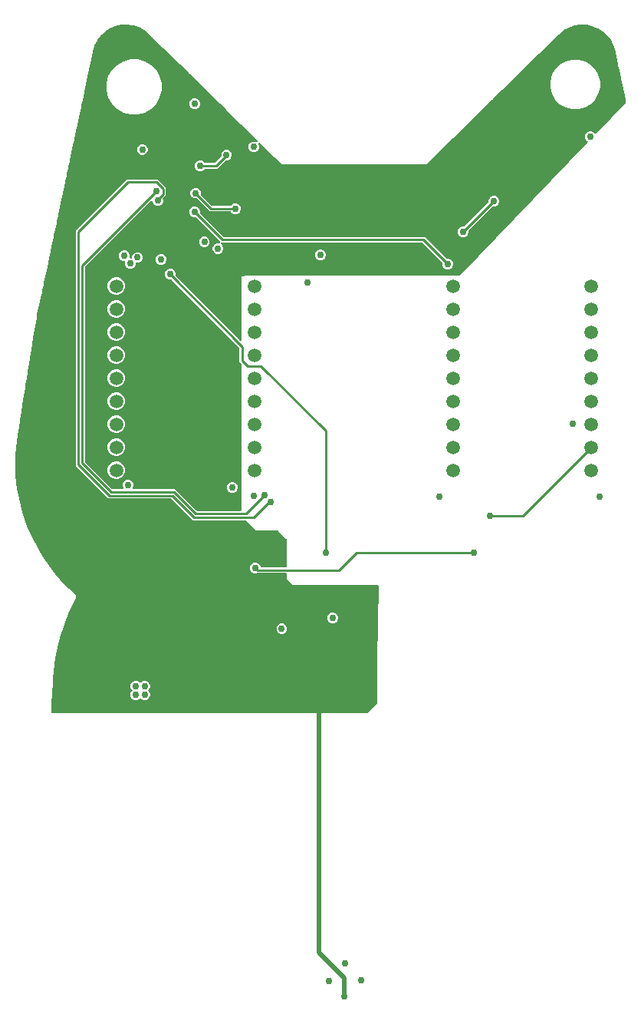
<source format=gbr>
G04 EAGLE Gerber X2 export*
%TF.Part,Single*%
%TF.FileFunction,Copper,L2,Inr,Mixed*%
%TF.FilePolarity,Positive*%
%TF.GenerationSoftware,Autodesk,EAGLE,9.1.3*%
%TF.CreationDate,2018-09-17T05:52:35Z*%
G75*
%MOMM*%
%FSLAX34Y34*%
%LPD*%
%AMOC8*
5,1,8,0,0,1.08239X$1,22.5*%
G01*
%ADD10C,1.508000*%
%ADD11C,0.756400*%
%ADD12C,0.508000*%
%ADD13C,0.254000*%

G36*
X393290Y505219D02*
X393290Y505219D01*
X393389Y505222D01*
X393447Y505239D01*
X393508Y505247D01*
X393600Y505283D01*
X393695Y505311D01*
X393747Y505341D01*
X393803Y505364D01*
X393883Y505422D01*
X393969Y505472D01*
X394044Y505538D01*
X394061Y505550D01*
X394068Y505560D01*
X394090Y505579D01*
X404758Y516247D01*
X404818Y516325D01*
X404886Y516397D01*
X404915Y516450D01*
X404952Y516498D01*
X404992Y516589D01*
X405040Y516675D01*
X405055Y516734D01*
X405079Y516790D01*
X405094Y516888D01*
X405119Y516983D01*
X405125Y517083D01*
X405129Y517104D01*
X405127Y517116D01*
X405129Y517144D01*
X405129Y564634D01*
X406221Y645397D01*
X406206Y645524D01*
X406198Y645651D01*
X406189Y645681D01*
X406185Y645713D01*
X406140Y645832D01*
X406100Y645953D01*
X406083Y645980D01*
X406072Y646010D01*
X405999Y646114D01*
X405930Y646222D01*
X405907Y646244D01*
X405889Y646270D01*
X405792Y646353D01*
X405699Y646440D01*
X405671Y646455D01*
X405646Y646476D01*
X405532Y646532D01*
X405420Y646594D01*
X405389Y646602D01*
X405361Y646616D01*
X405236Y646641D01*
X405112Y646673D01*
X405066Y646676D01*
X405049Y646680D01*
X405027Y646678D01*
X404952Y646683D01*
X311168Y646683D01*
X304799Y653052D01*
X304799Y658556D01*
X304784Y658674D01*
X304777Y658793D01*
X304764Y658831D01*
X304759Y658871D01*
X304716Y658982D01*
X304679Y659095D01*
X304657Y659129D01*
X304642Y659167D01*
X304573Y659263D01*
X304509Y659364D01*
X304479Y659392D01*
X304456Y659424D01*
X304364Y659500D01*
X304277Y659582D01*
X304242Y659601D01*
X304211Y659627D01*
X304103Y659678D01*
X303999Y659735D01*
X303959Y659745D01*
X303923Y659763D01*
X303806Y659785D01*
X303691Y659815D01*
X303631Y659819D01*
X303611Y659822D01*
X303590Y659821D01*
X303530Y659825D01*
X272015Y659825D01*
X272006Y659824D01*
X271997Y659825D01*
X271848Y659804D01*
X271700Y659785D01*
X271691Y659782D01*
X271682Y659780D01*
X271529Y659728D01*
X271216Y659599D01*
X268903Y659599D01*
X266766Y660484D01*
X265130Y662120D01*
X264245Y664257D01*
X264245Y666570D01*
X265130Y668707D01*
X266766Y670343D01*
X268903Y671228D01*
X271216Y671228D01*
X273353Y670343D01*
X274989Y668707D01*
X275818Y666706D01*
X275833Y666680D01*
X275842Y666652D01*
X275911Y666543D01*
X275976Y666430D01*
X275996Y666409D01*
X276012Y666384D01*
X276106Y666295D01*
X276197Y666201D01*
X276222Y666186D01*
X276244Y666166D01*
X276357Y666103D01*
X276468Y666035D01*
X276496Y666026D01*
X276522Y666012D01*
X276648Y665980D01*
X276772Y665941D01*
X276801Y665940D01*
X276830Y665933D01*
X276991Y665922D01*
X303530Y665922D01*
X303648Y665937D01*
X303767Y665945D01*
X303805Y665957D01*
X303846Y665962D01*
X303956Y666006D01*
X304069Y666043D01*
X304104Y666064D01*
X304141Y666079D01*
X304237Y666149D01*
X304338Y666213D01*
X304366Y666242D01*
X304399Y666266D01*
X304475Y666358D01*
X304556Y666445D01*
X304576Y666480D01*
X304601Y666511D01*
X304652Y666619D01*
X304710Y666723D01*
X304720Y666762D01*
X304737Y666799D01*
X304759Y666916D01*
X304789Y667031D01*
X304793Y667091D01*
X304797Y667111D01*
X304795Y667132D01*
X304799Y667192D01*
X304799Y696468D01*
X304787Y696566D01*
X304784Y696665D01*
X304767Y696723D01*
X304759Y696784D01*
X304723Y696876D01*
X304695Y696971D01*
X304665Y697023D01*
X304642Y697079D01*
X304584Y697159D01*
X304534Y697245D01*
X304468Y697320D01*
X304456Y697337D01*
X304446Y697344D01*
X304428Y697366D01*
X295538Y706256D01*
X295459Y706316D01*
X295387Y706384D01*
X295334Y706413D01*
X295286Y706450D01*
X295195Y706490D01*
X295109Y706538D01*
X295050Y706553D01*
X294994Y706577D01*
X294896Y706592D01*
X294801Y706617D01*
X294701Y706623D01*
X294680Y706627D01*
X294668Y706625D01*
X294640Y706627D01*
X271290Y706627D01*
X260485Y717432D01*
X260407Y717492D01*
X260335Y717560D01*
X260282Y717589D01*
X260234Y717626D01*
X260143Y717666D01*
X260057Y717714D01*
X259998Y717729D01*
X259942Y717753D01*
X259844Y717768D01*
X259749Y717793D01*
X259649Y717799D01*
X259628Y717803D01*
X259616Y717801D01*
X259588Y717803D01*
X201419Y717803D01*
X177660Y741562D01*
X177582Y741622D01*
X177510Y741690D01*
X177457Y741719D01*
X177409Y741756D01*
X177318Y741796D01*
X177231Y741844D01*
X177173Y741859D01*
X177117Y741883D01*
X177019Y741898D01*
X176924Y741923D01*
X176823Y741929D01*
X176803Y741933D01*
X176791Y741931D01*
X176763Y741933D01*
X107947Y741933D01*
X105789Y744091D01*
X74039Y775841D01*
X71881Y777999D01*
X71881Y1037583D01*
X128277Y1093979D01*
X162411Y1093979D01*
X171423Y1084967D01*
X171423Y1076573D01*
X168459Y1073610D01*
X168441Y1073586D01*
X168419Y1073567D01*
X168344Y1073461D01*
X168264Y1073358D01*
X168253Y1073331D01*
X168236Y1073307D01*
X168190Y1073186D01*
X168138Y1073066D01*
X168134Y1073037D01*
X168123Y1073010D01*
X168109Y1072881D01*
X168088Y1072752D01*
X168091Y1072723D01*
X168088Y1072694D01*
X168106Y1072565D01*
X168118Y1072436D01*
X168128Y1072408D01*
X168132Y1072379D01*
X168184Y1072226D01*
X168375Y1071767D01*
X168375Y1069453D01*
X167490Y1067316D01*
X165854Y1065680D01*
X163717Y1064795D01*
X161403Y1064795D01*
X159266Y1065680D01*
X157630Y1067316D01*
X156752Y1069438D01*
X156727Y1069481D01*
X156710Y1069528D01*
X156648Y1069619D01*
X156594Y1069714D01*
X156559Y1069750D01*
X156532Y1069791D01*
X156449Y1069864D01*
X156373Y1069943D01*
X156330Y1069969D01*
X156293Y1070002D01*
X156195Y1070052D01*
X156102Y1070109D01*
X156054Y1070124D01*
X156010Y1070146D01*
X155903Y1070170D01*
X155798Y1070203D01*
X155748Y1070205D01*
X155700Y1070216D01*
X155590Y1070213D01*
X155480Y1070218D01*
X155431Y1070208D01*
X155382Y1070206D01*
X155276Y1070176D01*
X155169Y1070154D01*
X155124Y1070132D01*
X155076Y1070118D01*
X154982Y1070062D01*
X154883Y1070014D01*
X154845Y1069982D01*
X154802Y1069956D01*
X154681Y1069850D01*
X82668Y997837D01*
X82608Y997759D01*
X82540Y997687D01*
X82511Y997634D01*
X82474Y997586D01*
X82434Y997495D01*
X82386Y997408D01*
X82371Y997349D01*
X82347Y997294D01*
X82332Y997196D01*
X82307Y997100D01*
X82301Y997000D01*
X82297Y996980D01*
X82299Y996967D01*
X82297Y996939D01*
X82297Y782839D01*
X82309Y782740D01*
X82312Y782641D01*
X82329Y782583D01*
X82337Y782523D01*
X82373Y782431D01*
X82401Y782336D01*
X82431Y782284D01*
X82454Y782227D01*
X82512Y782147D01*
X82562Y782062D01*
X82628Y781987D01*
X82640Y781970D01*
X82650Y781962D01*
X82668Y781941D01*
X111889Y752720D01*
X111967Y752660D01*
X112039Y752592D01*
X112092Y752563D01*
X112140Y752526D01*
X112231Y752486D01*
X112318Y752438D01*
X112377Y752423D01*
X112432Y752399D01*
X112530Y752384D01*
X112626Y752359D01*
X112726Y752353D01*
X112746Y752349D01*
X112759Y752351D01*
X112787Y752349D01*
X123240Y752349D01*
X123289Y752355D01*
X123339Y752353D01*
X123446Y752375D01*
X123556Y752389D01*
X123602Y752407D01*
X123650Y752417D01*
X123749Y752465D01*
X123851Y752506D01*
X123892Y752535D01*
X123936Y752557D01*
X124020Y752628D01*
X124109Y752692D01*
X124140Y752731D01*
X124178Y752763D01*
X124241Y752853D01*
X124311Y752937D01*
X124333Y752982D01*
X124361Y753023D01*
X124400Y753126D01*
X124447Y753225D01*
X124456Y753274D01*
X124474Y753320D01*
X124486Y753430D01*
X124507Y753537D01*
X124504Y753587D01*
X124509Y753636D01*
X124494Y753745D01*
X124487Y753855D01*
X124472Y753902D01*
X124465Y753951D01*
X124413Y754104D01*
X123725Y755763D01*
X123725Y758077D01*
X124610Y760214D01*
X126246Y761850D01*
X128383Y762735D01*
X130697Y762735D01*
X132834Y761850D01*
X134470Y760214D01*
X135355Y758077D01*
X135355Y755763D01*
X134667Y754104D01*
X134654Y754056D01*
X134633Y754011D01*
X134612Y753903D01*
X134583Y753797D01*
X134583Y753747D01*
X134573Y753698D01*
X134580Y753589D01*
X134578Y753479D01*
X134590Y753431D01*
X134593Y753381D01*
X134627Y753277D01*
X134652Y753170D01*
X134676Y753126D01*
X134691Y753079D01*
X134750Y752986D01*
X134801Y752889D01*
X134835Y752852D01*
X134861Y752810D01*
X134941Y752735D01*
X135015Y752653D01*
X135057Y752626D01*
X135093Y752592D01*
X135189Y752539D01*
X135281Y752479D01*
X135328Y752462D01*
X135371Y752438D01*
X135478Y752411D01*
X135582Y752375D01*
X135631Y752371D01*
X135679Y752359D01*
X135840Y752349D01*
X181603Y752349D01*
X205361Y728590D01*
X205439Y728530D01*
X205511Y728462D01*
X205564Y728433D01*
X205612Y728396D01*
X205703Y728356D01*
X205790Y728308D01*
X205849Y728293D01*
X205904Y728269D01*
X206002Y728254D01*
X206098Y728229D01*
X206198Y728223D01*
X206218Y728219D01*
X206231Y728221D01*
X206259Y728219D01*
X254000Y728219D01*
X254118Y728234D01*
X254237Y728241D01*
X254275Y728254D01*
X254316Y728259D01*
X254426Y728302D01*
X254539Y728339D01*
X254574Y728361D01*
X254611Y728376D01*
X254707Y728445D01*
X254808Y728509D01*
X254836Y728539D01*
X254869Y728562D01*
X254945Y728654D01*
X255026Y728741D01*
X255046Y728776D01*
X255071Y728807D01*
X255122Y728915D01*
X255180Y729019D01*
X255190Y729059D01*
X255207Y729095D01*
X255229Y729212D01*
X255259Y729327D01*
X255263Y729387D01*
X255267Y729407D01*
X255265Y729428D01*
X255269Y729488D01*
X255269Y889601D01*
X255257Y889700D01*
X255254Y889799D01*
X255237Y889857D01*
X255229Y889917D01*
X255193Y890009D01*
X255165Y890104D01*
X255135Y890156D01*
X255112Y890213D01*
X255054Y890293D01*
X255004Y890378D01*
X254938Y890453D01*
X254926Y890470D01*
X254916Y890478D01*
X254898Y890499D01*
X252801Y892595D01*
X252801Y906971D01*
X252789Y907065D01*
X252787Y907159D01*
X252770Y907222D01*
X252761Y907287D01*
X252727Y907374D01*
X252701Y907465D01*
X252669Y907522D01*
X252644Y907583D01*
X252589Y907659D01*
X252542Y907740D01*
X252468Y907825D01*
X252458Y907840D01*
X252450Y907846D01*
X252437Y907862D01*
X178348Y983136D01*
X178267Y983201D01*
X178191Y983272D01*
X178142Y983299D01*
X178099Y983333D01*
X178003Y983375D01*
X177912Y983426D01*
X177859Y983439D01*
X177808Y983462D01*
X177705Y983479D01*
X177604Y983505D01*
X177515Y983511D01*
X177494Y983514D01*
X177479Y983513D01*
X177444Y983515D01*
X175373Y983515D01*
X173236Y984400D01*
X171600Y986036D01*
X170715Y988173D01*
X170715Y990487D01*
X171600Y992624D01*
X173236Y994260D01*
X175373Y995145D01*
X177687Y995145D01*
X179824Y994260D01*
X181460Y992624D01*
X182345Y990487D01*
X182345Y988288D01*
X182357Y988195D01*
X182359Y988101D01*
X182376Y988038D01*
X182385Y987973D01*
X182419Y987885D01*
X182445Y987795D01*
X182477Y987738D01*
X182502Y987677D01*
X182557Y987601D01*
X182604Y987520D01*
X182678Y987434D01*
X182688Y987420D01*
X182696Y987414D01*
X182709Y987398D01*
X253095Y915885D01*
X253208Y915796D01*
X253319Y915704D01*
X253333Y915697D01*
X253345Y915688D01*
X253477Y915630D01*
X253607Y915568D01*
X253622Y915565D01*
X253636Y915559D01*
X253779Y915535D01*
X253920Y915509D01*
X253935Y915509D01*
X253950Y915507D01*
X254094Y915519D01*
X254237Y915528D01*
X254251Y915533D01*
X254267Y915534D01*
X254403Y915582D01*
X254539Y915626D01*
X254552Y915634D01*
X254567Y915639D01*
X254687Y915720D01*
X254808Y915796D01*
X254819Y915808D01*
X254831Y915816D01*
X254927Y915923D01*
X255026Y916028D01*
X255033Y916041D01*
X255044Y916053D01*
X255110Y916180D01*
X255180Y916307D01*
X255183Y916321D01*
X255190Y916335D01*
X255223Y916475D01*
X255259Y916615D01*
X255260Y916635D01*
X255263Y916645D01*
X255262Y916663D01*
X255269Y916775D01*
X255269Y987339D01*
X261895Y987553D01*
X495046Y987553D01*
X495156Y987567D01*
X495267Y987572D01*
X495313Y987587D01*
X495362Y987593D01*
X495465Y987633D01*
X495571Y987666D01*
X495612Y987692D01*
X495657Y987710D01*
X495747Y987775D01*
X495842Y987833D01*
X495897Y987884D01*
X495915Y987896D01*
X495926Y987910D01*
X495960Y987942D01*
X637050Y1134522D01*
X637114Y1134608D01*
X637185Y1134688D01*
X637209Y1134734D01*
X637240Y1134777D01*
X637281Y1134876D01*
X637330Y1134971D01*
X637341Y1135022D01*
X637361Y1135071D01*
X637376Y1135177D01*
X637399Y1135281D01*
X637398Y1135334D01*
X637405Y1135386D01*
X637393Y1135492D01*
X637390Y1135599D01*
X637375Y1135649D01*
X637369Y1135702D01*
X637331Y1135802D01*
X637301Y1135905D01*
X637275Y1135950D01*
X637256Y1135999D01*
X637194Y1136086D01*
X637140Y1136178D01*
X637085Y1136241D01*
X637072Y1136259D01*
X637060Y1136269D01*
X637033Y1136299D01*
X635404Y1137928D01*
X634519Y1140065D01*
X634519Y1142379D01*
X635404Y1144516D01*
X637040Y1146152D01*
X639177Y1147037D01*
X641491Y1147037D01*
X643628Y1146152D01*
X645066Y1144714D01*
X645169Y1144633D01*
X645269Y1144549D01*
X645294Y1144536D01*
X645317Y1144519D01*
X645437Y1144467D01*
X645555Y1144409D01*
X645583Y1144404D01*
X645609Y1144392D01*
X645739Y1144372D01*
X645866Y1144346D01*
X645895Y1144347D01*
X645923Y1144343D01*
X646054Y1144355D01*
X646184Y1144361D01*
X646211Y1144370D01*
X646239Y1144372D01*
X646363Y1144417D01*
X646488Y1144456D01*
X646512Y1144470D01*
X646539Y1144480D01*
X646647Y1144554D01*
X646759Y1144622D01*
X646788Y1144650D01*
X646802Y1144659D01*
X646816Y1144675D01*
X646877Y1144731D01*
X679220Y1178333D01*
X679256Y1178380D01*
X679298Y1178421D01*
X679351Y1178507D01*
X679411Y1178588D01*
X679433Y1178642D01*
X679464Y1178693D01*
X679493Y1178789D01*
X679531Y1178882D01*
X679539Y1178940D01*
X679557Y1178997D01*
X679561Y1179097D01*
X679575Y1179197D01*
X679568Y1179256D01*
X679571Y1179315D01*
X679548Y1179474D01*
X679379Y1180276D01*
X679353Y1180400D01*
X678849Y1182797D01*
X678849Y1182798D01*
X677232Y1190480D01*
X675614Y1198167D01*
X674279Y1204509D01*
X672910Y1211014D01*
X672910Y1211015D01*
X672531Y1212813D01*
X672531Y1212814D01*
X672379Y1213535D01*
X672379Y1213536D01*
X671003Y1220074D01*
X669675Y1226383D01*
X669675Y1226384D01*
X669325Y1228050D01*
X669145Y1228904D01*
X669145Y1228905D01*
X667850Y1235058D01*
X667843Y1235078D01*
X667823Y1235163D01*
X665893Y1241572D01*
X665880Y1241602D01*
X665873Y1241634D01*
X665809Y1241781D01*
X662921Y1247462D01*
X662900Y1247492D01*
X662886Y1247525D01*
X662797Y1247659D01*
X658931Y1252708D01*
X658906Y1252733D01*
X658886Y1252763D01*
X658774Y1252878D01*
X654049Y1257147D01*
X654021Y1257166D01*
X653998Y1257190D01*
X653867Y1257283D01*
X648438Y1260651D01*
X648409Y1260664D01*
X648384Y1260683D01*
X648239Y1260752D01*
X642287Y1263124D01*
X642257Y1263132D01*
X642230Y1263145D01*
X642075Y1263188D01*
X635798Y1264490D01*
X635767Y1264493D01*
X635737Y1264501D01*
X635577Y1264516D01*
X629184Y1264701D01*
X629151Y1264697D01*
X629118Y1264701D01*
X628958Y1264687D01*
X622655Y1263735D01*
X622622Y1263725D01*
X622587Y1263722D01*
X622431Y1263679D01*
X616415Y1261606D01*
X616383Y1261590D01*
X616349Y1261581D01*
X616204Y1261511D01*
X610653Y1258376D01*
X610628Y1258357D01*
X610599Y1258343D01*
X610468Y1258248D01*
X605308Y1253977D01*
X605293Y1253961D01*
X605229Y1253906D01*
X600762Y1249526D01*
X599360Y1248151D01*
X598923Y1247723D01*
X598922Y1247722D01*
X593745Y1242646D01*
X589607Y1238589D01*
X589607Y1238588D01*
X587934Y1236948D01*
X587767Y1236785D01*
X584026Y1233117D01*
X583264Y1232369D01*
X583263Y1232369D01*
X582187Y1231314D01*
X582186Y1231313D01*
X577579Y1226795D01*
X572865Y1222174D01*
X572241Y1221561D01*
X571026Y1220371D01*
X571025Y1220370D01*
X565989Y1215432D01*
X561707Y1211234D01*
X561707Y1211233D01*
X561009Y1210549D01*
X559869Y1209431D01*
X559868Y1209430D01*
X555498Y1205146D01*
X550550Y1200294D01*
X549254Y1199024D01*
X548711Y1198491D01*
X548710Y1198490D01*
X544970Y1194823D01*
X544054Y1193926D01*
X543131Y1193020D01*
X543130Y1193019D01*
X538120Y1188107D01*
X533812Y1183883D01*
X533811Y1183882D01*
X532562Y1182658D01*
X532562Y1182657D01*
X531972Y1182079D01*
X526393Y1176609D01*
X526392Y1176608D01*
X522095Y1172396D01*
X522095Y1172395D01*
X517077Y1167474D01*
X517076Y1167474D01*
X516274Y1166688D01*
X515238Y1165671D01*
X515237Y1165671D01*
X510176Y1160708D01*
X505919Y1156535D01*
X505294Y1155922D01*
X504080Y1154732D01*
X504080Y1154731D01*
X499415Y1150158D01*
X494760Y1145594D01*
X489183Y1140125D01*
X488356Y1139314D01*
X487343Y1138321D01*
X482729Y1133798D01*
X478025Y1129185D01*
X478024Y1129185D01*
X476668Y1127854D01*
X476185Y1127381D01*
X472447Y1123716D01*
X470808Y1122109D01*
X470608Y1121913D01*
X470607Y1121912D01*
X465874Y1117272D01*
X460389Y1111894D01*
X460387Y1111891D01*
X460380Y1111885D01*
X459653Y1111157D01*
X458696Y1110772D01*
X458693Y1110770D01*
X458685Y1110767D01*
X457733Y1110373D01*
X456702Y1110383D01*
X456698Y1110383D01*
X456689Y1110383D01*
X302002Y1110383D01*
X301998Y1110383D01*
X301989Y1110383D01*
X300960Y1110373D01*
X300008Y1110767D01*
X300004Y1110769D01*
X299996Y1110772D01*
X299040Y1111157D01*
X298312Y1111886D01*
X298308Y1111888D01*
X298303Y1111895D01*
X293664Y1116442D01*
X293012Y1117082D01*
X291825Y1118246D01*
X291824Y1118246D01*
X287280Y1122702D01*
X282509Y1127380D01*
X282089Y1127792D01*
X280670Y1129183D01*
X280669Y1129184D01*
X275605Y1134149D01*
X275554Y1134188D01*
X275510Y1134233D01*
X275428Y1134284D01*
X275352Y1134342D01*
X275293Y1134366D01*
X275239Y1134400D01*
X275147Y1134428D01*
X275059Y1134465D01*
X274996Y1134475D01*
X274935Y1134493D01*
X274839Y1134498D01*
X274744Y1134512D01*
X274681Y1134505D01*
X274617Y1134508D01*
X274523Y1134489D01*
X274428Y1134479D01*
X274368Y1134457D01*
X274306Y1134444D01*
X274220Y1134402D01*
X274129Y1134369D01*
X274077Y1134332D01*
X274020Y1134304D01*
X273947Y1134242D01*
X273868Y1134187D01*
X273826Y1134139D01*
X273778Y1134098D01*
X273723Y1134019D01*
X273660Y1133947D01*
X273632Y1133890D01*
X273595Y1133838D01*
X273561Y1133748D01*
X273518Y1133662D01*
X273505Y1133600D01*
X273482Y1133541D01*
X273472Y1133445D01*
X273452Y1133351D01*
X273454Y1133288D01*
X273447Y1133225D01*
X273460Y1133129D01*
X273464Y1133033D01*
X273483Y1132973D01*
X273491Y1132910D01*
X273544Y1132757D01*
X274293Y1130949D01*
X274293Y1128635D01*
X273408Y1126498D01*
X271772Y1124862D01*
X269635Y1123977D01*
X267321Y1123977D01*
X265184Y1124862D01*
X263548Y1126498D01*
X262663Y1128635D01*
X262663Y1130949D01*
X263548Y1133086D01*
X265184Y1134722D01*
X267321Y1135607D01*
X269635Y1135607D01*
X271347Y1134897D01*
X271420Y1134877D01*
X271491Y1134848D01*
X271573Y1134835D01*
X271654Y1134813D01*
X271730Y1134812D01*
X271805Y1134801D01*
X271888Y1134810D01*
X271972Y1134808D01*
X272046Y1134826D01*
X272121Y1134834D01*
X272200Y1134863D01*
X272281Y1134883D01*
X272348Y1134918D01*
X272420Y1134944D01*
X272488Y1134992D01*
X272562Y1135031D01*
X272618Y1135082D01*
X272681Y1135126D01*
X272736Y1135189D01*
X272798Y1135245D01*
X272839Y1135309D01*
X272889Y1135366D01*
X272926Y1135441D01*
X272972Y1135511D01*
X272997Y1135583D01*
X273031Y1135651D01*
X273048Y1135733D01*
X273076Y1135812D01*
X273082Y1135888D01*
X273098Y1135962D01*
X273094Y1136045D01*
X273101Y1136129D01*
X273088Y1136204D01*
X273085Y1136280D01*
X273061Y1136360D01*
X273046Y1136442D01*
X273015Y1136511D01*
X272993Y1136584D01*
X272950Y1136656D01*
X272916Y1136732D01*
X272868Y1136791D01*
X272829Y1136857D01*
X272722Y1136976D01*
X271348Y1138323D01*
X269824Y1139817D01*
X269824Y1139818D01*
X269508Y1140127D01*
X263928Y1145599D01*
X263927Y1145599D01*
X260187Y1149266D01*
X259239Y1150196D01*
X258347Y1151070D01*
X254609Y1154735D01*
X254531Y1154811D01*
X252770Y1156538D01*
X252770Y1156539D01*
X248450Y1160774D01*
X243452Y1165674D01*
X242497Y1166611D01*
X242496Y1166611D01*
X241613Y1167477D01*
X241612Y1167478D01*
X237872Y1171145D01*
X237703Y1171311D01*
X237702Y1171312D01*
X236033Y1172948D01*
X236032Y1172949D01*
X230990Y1177893D01*
X226714Y1182086D01*
X226713Y1182086D01*
X225605Y1183173D01*
X224875Y1183889D01*
X224874Y1183890D01*
X221135Y1187556D01*
X221134Y1187556D01*
X214806Y1193761D01*
X209979Y1198494D01*
X208785Y1199664D01*
X208140Y1200297D01*
X208139Y1200298D01*
X204400Y1203964D01*
X198821Y1209434D01*
X197735Y1210499D01*
X196982Y1211237D01*
X192041Y1216082D01*
X187662Y1220375D01*
X187662Y1220376D01*
X186290Y1221720D01*
X186290Y1221721D01*
X185823Y1222178D01*
X185822Y1222179D01*
X181421Y1226494D01*
X176506Y1231314D01*
X176505Y1231314D01*
X175662Y1232141D01*
X174666Y1233117D01*
X174666Y1233118D01*
X170927Y1236784D01*
X170926Y1236784D01*
X170011Y1237682D01*
X169087Y1238587D01*
X169087Y1238588D01*
X163914Y1243659D01*
X163914Y1243660D01*
X159769Y1247724D01*
X159639Y1247852D01*
X159638Y1247852D01*
X157929Y1249527D01*
X157929Y1249528D01*
X153474Y1253896D01*
X153457Y1253909D01*
X153391Y1253971D01*
X147968Y1258421D01*
X147936Y1258441D01*
X147908Y1258467D01*
X147772Y1258553D01*
X141914Y1261762D01*
X141876Y1261777D01*
X141841Y1261799D01*
X141691Y1261858D01*
X135343Y1263892D01*
X135303Y1263899D01*
X135266Y1263914D01*
X135107Y1263943D01*
X128453Y1264744D01*
X128419Y1264744D01*
X128385Y1264750D01*
X128224Y1264751D01*
X122012Y1264374D01*
X121984Y1264369D01*
X121956Y1264370D01*
X121797Y1264343D01*
X115704Y1262905D01*
X115679Y1262895D01*
X115651Y1262891D01*
X115499Y1262838D01*
X109747Y1260390D01*
X109722Y1260376D01*
X109694Y1260367D01*
X109554Y1260288D01*
X104319Y1256901D01*
X104296Y1256881D01*
X104268Y1256866D01*
X104144Y1256764D01*
X103602Y1256259D01*
X102239Y1254990D01*
X100876Y1253721D01*
X100876Y1253720D01*
X99594Y1252526D01*
X99573Y1252501D01*
X99547Y1252480D01*
X99443Y1252358D01*
X95724Y1247389D01*
X95708Y1247360D01*
X95686Y1247335D01*
X95605Y1247196D01*
X92822Y1241632D01*
X92813Y1241604D01*
X92797Y1241579D01*
X92741Y1241428D01*
X90869Y1235162D01*
X90865Y1235141D01*
X90843Y1235062D01*
X89565Y1229028D01*
X89553Y1228968D01*
X89552Y1228968D01*
X89031Y1226507D01*
X87965Y1221473D01*
X87743Y1220427D01*
X87431Y1218953D01*
X87431Y1218952D01*
X85831Y1211398D01*
X85831Y1211397D01*
X84230Y1203843D01*
X84230Y1203842D01*
X83163Y1198806D01*
X81355Y1190267D01*
X79429Y1181177D01*
X78363Y1176143D01*
X78363Y1176142D01*
X78086Y1174837D01*
X78086Y1174836D01*
X77829Y1173623D01*
X77829Y1173622D01*
X76405Y1166900D01*
X74628Y1158514D01*
X73562Y1153478D01*
X73452Y1152959D01*
X73028Y1150958D01*
X73028Y1150957D01*
X71427Y1143402D01*
X70150Y1137374D01*
X68311Y1128692D01*
X67161Y1123259D01*
X66910Y1122077D01*
X66627Y1120739D01*
X66627Y1120738D01*
X65273Y1114348D01*
X63960Y1108149D01*
X63960Y1108148D01*
X63713Y1106982D01*
X63426Y1105629D01*
X63426Y1105628D01*
X62360Y1100594D01*
X62067Y1099212D01*
X61826Y1098074D01*
X61826Y1098073D01*
X60467Y1091662D01*
X59159Y1085484D01*
X58820Y1083884D01*
X58625Y1082964D01*
X57024Y1075408D01*
X57024Y1075407D01*
X55517Y1068293D01*
X54357Y1062818D01*
X54239Y1062257D01*
X53824Y1060298D01*
X53823Y1060298D01*
X52434Y1053739D01*
X51156Y1047706D01*
X51156Y1047705D01*
X50897Y1046481D01*
X50623Y1045186D01*
X50622Y1045185D01*
X49254Y1038728D01*
X47956Y1032597D01*
X47669Y1031245D01*
X47422Y1030078D01*
X47422Y1030077D01*
X46035Y1023530D01*
X44222Y1014968D01*
X44221Y1014967D01*
X43155Y1009931D01*
X42890Y1008681D01*
X42621Y1007411D01*
X42621Y1007410D01*
X41376Y1001536D01*
X39649Y993384D01*
X38354Y987268D01*
X38143Y986271D01*
X37820Y984748D01*
X37820Y984747D01*
X36753Y979712D01*
X36220Y977193D01*
X36220Y977192D01*
X36219Y977191D01*
X35119Y971998D01*
X35108Y971862D01*
X35092Y971725D01*
X35094Y971694D01*
X35093Y971681D01*
X35095Y971667D01*
X34868Y970804D01*
X34865Y970786D01*
X34853Y970743D01*
X34663Y969843D01*
X34659Y969835D01*
X34592Y969716D01*
X34582Y969687D01*
X34576Y969675D01*
X34571Y969655D01*
X34541Y969563D01*
X32904Y963347D01*
X32902Y963333D01*
X32893Y963301D01*
X31272Y956058D01*
X31271Y956043D01*
X31262Y956008D01*
X29924Y948652D01*
X29923Y948644D01*
X29920Y948628D01*
X29299Y944802D01*
X29294Y944665D01*
X29284Y944528D01*
X29288Y944498D01*
X29287Y944485D01*
X29290Y944471D01*
X29104Y943597D01*
X29103Y943580D01*
X29093Y943536D01*
X28986Y942874D01*
X28981Y942759D01*
X28969Y942644D01*
X28975Y942577D01*
X28974Y942556D01*
X28978Y942537D01*
X28983Y942484D01*
X28987Y942459D01*
X28801Y941717D01*
X28799Y941696D01*
X28780Y941613D01*
X27788Y935520D01*
X27788Y935519D01*
X27521Y933876D01*
X27375Y932978D01*
X27375Y932977D01*
X26546Y927887D01*
X25108Y919047D01*
X23993Y912193D01*
X22821Y904990D01*
X22601Y903642D01*
X22407Y902448D01*
X22407Y902447D01*
X21579Y897357D01*
X20337Y889725D01*
X20074Y888111D01*
X19923Y887183D01*
X19923Y887182D01*
X18975Y881359D01*
X17853Y874459D01*
X17641Y873158D01*
X17439Y871917D01*
X17439Y871916D01*
X16610Y866823D01*
X16492Y866100D01*
X16492Y866099D01*
X16196Y864280D01*
X16196Y864279D01*
X15368Y859187D01*
X14087Y851319D01*
X12883Y843920D01*
X12632Y842376D01*
X12470Y841377D01*
X11641Y836285D01*
X11322Y834321D01*
X11227Y833743D01*
X11227Y833742D01*
X10231Y827622D01*
X9157Y821020D01*
X7719Y812180D01*
X7718Y812172D01*
X7715Y812155D01*
X6663Y804760D01*
X6663Y804745D01*
X6657Y804712D01*
X5894Y797342D01*
X5894Y797327D01*
X5890Y797293D01*
X5410Y789901D01*
X5411Y789886D01*
X5408Y789852D01*
X5214Y782447D01*
X5216Y782432D01*
X5214Y782397D01*
X5309Y774989D01*
X5311Y774974D01*
X5311Y774939D01*
X5695Y767547D01*
X5697Y767533D01*
X5698Y767497D01*
X6371Y760123D01*
X6374Y760109D01*
X6377Y760074D01*
X7339Y752733D01*
X7343Y752719D01*
X7346Y752684D01*
X8596Y745386D01*
X8600Y745372D01*
X8605Y745337D01*
X10140Y738095D01*
X10144Y738081D01*
X10151Y738046D01*
X11969Y730867D01*
X11974Y730854D01*
X11982Y730819D01*
X14080Y723717D01*
X14086Y723704D01*
X14095Y723670D01*
X16468Y716657D01*
X16474Y716644D01*
X16485Y716610D01*
X19131Y709692D01*
X19137Y709679D01*
X19149Y709646D01*
X22063Y702834D01*
X22070Y702822D01*
X22083Y702789D01*
X25258Y696096D01*
X25266Y696084D01*
X25280Y696052D01*
X28712Y689485D01*
X28721Y689473D01*
X28736Y689442D01*
X32419Y683013D01*
X32428Y683002D01*
X32444Y682971D01*
X36372Y676688D01*
X36381Y676677D01*
X36399Y676647D01*
X40566Y670519D01*
X40575Y670508D01*
X40594Y670479D01*
X44991Y664517D01*
X45001Y664507D01*
X45021Y664479D01*
X49645Y658689D01*
X49655Y658679D01*
X49676Y658651D01*
X54519Y653042D01*
X54529Y653032D01*
X54551Y653006D01*
X59605Y647586D01*
X59616Y647577D01*
X59639Y647551D01*
X64894Y642331D01*
X64906Y642322D01*
X64930Y642297D01*
X69819Y637800D01*
X69896Y637746D01*
X69966Y637684D01*
X70064Y637627D01*
X70079Y637616D01*
X70087Y637613D01*
X70105Y637602D01*
X70231Y637538D01*
X70656Y637043D01*
X70662Y637037D01*
X70760Y636935D01*
X71240Y636494D01*
X71300Y636365D01*
X71349Y636286D01*
X71391Y636202D01*
X71459Y636111D01*
X71469Y636096D01*
X71475Y636089D01*
X71487Y636073D01*
X71580Y635966D01*
X71782Y635346D01*
X71786Y635338D01*
X71837Y635206D01*
X72112Y634615D01*
X72118Y634473D01*
X72134Y634380D01*
X72139Y634287D01*
X72168Y634177D01*
X72171Y634159D01*
X72175Y634151D01*
X72180Y634131D01*
X72224Y633996D01*
X72174Y633346D01*
X72174Y633337D01*
X72171Y633196D01*
X72199Y632545D01*
X72150Y632411D01*
X72129Y632320D01*
X72099Y632232D01*
X72083Y632119D01*
X72079Y632101D01*
X72079Y632092D01*
X72076Y632072D01*
X72065Y631931D01*
X71770Y631349D01*
X71767Y631341D01*
X71711Y631211D01*
X71486Y630599D01*
X71390Y630495D01*
X71336Y630419D01*
X71274Y630348D01*
X71216Y630250D01*
X71206Y630236D01*
X71203Y630227D01*
X71193Y630210D01*
X68118Y624147D01*
X68114Y624135D01*
X68099Y624107D01*
X64913Y617232D01*
X64909Y617219D01*
X64895Y617191D01*
X61954Y610206D01*
X61950Y610193D01*
X61937Y610164D01*
X59247Y603082D01*
X59244Y603069D01*
X59232Y603040D01*
X56793Y595864D01*
X56791Y595851D01*
X56780Y595821D01*
X54598Y588563D01*
X54596Y588549D01*
X54586Y588519D01*
X52664Y581192D01*
X52662Y581178D01*
X52654Y581148D01*
X50992Y573752D01*
X50991Y573739D01*
X50983Y573708D01*
X49585Y566260D01*
X49585Y566247D01*
X49578Y566216D01*
X48444Y558722D01*
X48444Y558708D01*
X48438Y558677D01*
X47569Y551150D01*
X47569Y551136D01*
X47565Y551106D01*
X46955Y543496D01*
X46956Y543489D01*
X46954Y543473D01*
X46789Y540826D01*
X46391Y534401D01*
X46238Y531942D01*
X46238Y531941D01*
X46159Y530672D01*
X45904Y526558D01*
X45904Y526557D01*
X45686Y523057D01*
X45450Y519249D01*
X45417Y518715D01*
X45090Y513444D01*
X44981Y511700D01*
X44930Y510872D01*
X44898Y510364D01*
X44662Y506555D01*
X44672Y506393D01*
X44682Y506239D01*
X44682Y506238D01*
X44682Y506237D01*
X44732Y506083D01*
X44780Y505937D01*
X44780Y505936D01*
X44780Y505935D01*
X44861Y505808D01*
X44950Y505668D01*
X44951Y505667D01*
X44951Y505666D01*
X45061Y505563D01*
X45181Y505450D01*
X45182Y505450D01*
X45183Y505449D01*
X45320Y505373D01*
X45460Y505296D01*
X45461Y505296D01*
X45462Y505296D01*
X45622Y505255D01*
X45768Y505217D01*
X45769Y505217D01*
X45770Y505217D01*
X45772Y505217D01*
X45929Y505207D01*
X393192Y505207D01*
X393290Y505219D01*
G37*
%LPC*%
G36*
X132385Y1165351D02*
X132385Y1165351D01*
X124633Y1167428D01*
X117682Y1171441D01*
X112007Y1177116D01*
X107994Y1184067D01*
X105917Y1191819D01*
X105917Y1199845D01*
X107994Y1207597D01*
X112007Y1214548D01*
X117682Y1220223D01*
X124633Y1224236D01*
X132385Y1226313D01*
X140411Y1226313D01*
X148163Y1224236D01*
X155114Y1220223D01*
X160789Y1214548D01*
X164802Y1207597D01*
X166879Y1199845D01*
X166879Y1191819D01*
X164802Y1184067D01*
X160789Y1177116D01*
X155114Y1171441D01*
X148163Y1167428D01*
X140411Y1165351D01*
X132385Y1165351D01*
G37*
%LPD*%
%LPC*%
G36*
X619975Y1171574D02*
X619975Y1171574D01*
X613030Y1173435D01*
X606804Y1177030D01*
X601720Y1182114D01*
X598125Y1188340D01*
X596264Y1195285D01*
X596264Y1202475D01*
X598125Y1209420D01*
X601720Y1215646D01*
X606804Y1220730D01*
X613030Y1224325D01*
X619975Y1226186D01*
X627165Y1226186D01*
X634110Y1224325D01*
X640336Y1220730D01*
X645420Y1215646D01*
X649015Y1209420D01*
X650876Y1202475D01*
X650876Y1195285D01*
X649015Y1188340D01*
X645420Y1182114D01*
X640336Y1177030D01*
X634110Y1173435D01*
X627165Y1171574D01*
X619975Y1171574D01*
G37*
%LPD*%
%LPC*%
G36*
X481443Y994945D02*
X481443Y994945D01*
X479306Y995830D01*
X477670Y997466D01*
X476785Y999603D01*
X476785Y1001737D01*
X476773Y1001836D01*
X476770Y1001935D01*
X476753Y1001993D01*
X476745Y1002053D01*
X476709Y1002145D01*
X476681Y1002240D01*
X476651Y1002292D01*
X476628Y1002349D01*
X476570Y1002429D01*
X476520Y1002514D01*
X476454Y1002589D01*
X476442Y1002606D01*
X476432Y1002614D01*
X476414Y1002635D01*
X455039Y1024010D01*
X454961Y1024070D01*
X454889Y1024138D01*
X454836Y1024167D01*
X454788Y1024204D01*
X454697Y1024244D01*
X454610Y1024292D01*
X454551Y1024307D01*
X454496Y1024331D01*
X454398Y1024346D01*
X454302Y1024371D01*
X454202Y1024377D01*
X454182Y1024381D01*
X454169Y1024379D01*
X454141Y1024381D01*
X233538Y1024381D01*
X233400Y1024364D01*
X233262Y1024351D01*
X233243Y1024344D01*
X233223Y1024341D01*
X233093Y1024290D01*
X232963Y1024243D01*
X232946Y1024232D01*
X232927Y1024224D01*
X232815Y1024143D01*
X232699Y1024065D01*
X232686Y1024049D01*
X232670Y1024038D01*
X232581Y1023930D01*
X232489Y1023826D01*
X232480Y1023808D01*
X232467Y1023793D01*
X232408Y1023667D01*
X232344Y1023543D01*
X232340Y1023523D01*
X232331Y1023505D01*
X232305Y1023368D01*
X232275Y1023233D01*
X232275Y1023212D01*
X232272Y1023193D01*
X232280Y1023054D01*
X232284Y1022915D01*
X232290Y1022895D01*
X232291Y1022875D01*
X232334Y1022743D01*
X232373Y1022609D01*
X232383Y1022592D01*
X232389Y1022573D01*
X232464Y1022455D01*
X232534Y1022335D01*
X232553Y1022314D01*
X232559Y1022304D01*
X232574Y1022290D01*
X232641Y1022215D01*
X234038Y1020818D01*
X234923Y1018681D01*
X234923Y1016367D01*
X234038Y1014230D01*
X232402Y1012594D01*
X230265Y1011709D01*
X227951Y1011709D01*
X225814Y1012594D01*
X224178Y1014230D01*
X223293Y1016367D01*
X223293Y1018681D01*
X224178Y1020818D01*
X225814Y1022454D01*
X227951Y1023339D01*
X230395Y1023339D01*
X230533Y1023356D01*
X230672Y1023369D01*
X230691Y1023376D01*
X230711Y1023379D01*
X230840Y1023430D01*
X230971Y1023477D01*
X230988Y1023488D01*
X231007Y1023496D01*
X231119Y1023577D01*
X231234Y1023655D01*
X231248Y1023671D01*
X231264Y1023682D01*
X231353Y1023790D01*
X231445Y1023894D01*
X231454Y1023912D01*
X231467Y1023927D01*
X231526Y1024053D01*
X231589Y1024177D01*
X231594Y1024197D01*
X231602Y1024215D01*
X231628Y1024352D01*
X231659Y1024487D01*
X231658Y1024508D01*
X231662Y1024527D01*
X231654Y1024666D01*
X231649Y1024805D01*
X231644Y1024825D01*
X231642Y1024845D01*
X231600Y1024977D01*
X231561Y1025111D01*
X231551Y1025128D01*
X231544Y1025147D01*
X231470Y1025265D01*
X231399Y1025385D01*
X231381Y1025406D01*
X231374Y1025416D01*
X231359Y1025430D01*
X231293Y1025505D01*
X230260Y1026539D01*
X205075Y1051724D01*
X204997Y1051784D01*
X204925Y1051852D01*
X204872Y1051881D01*
X204824Y1051918D01*
X204733Y1051958D01*
X204646Y1052006D01*
X204587Y1052021D01*
X204532Y1052045D01*
X204434Y1052060D01*
X204338Y1052085D01*
X204238Y1052091D01*
X204218Y1052095D01*
X204205Y1052093D01*
X204177Y1052095D01*
X202043Y1052095D01*
X199906Y1052980D01*
X198270Y1054616D01*
X197385Y1056753D01*
X197385Y1059067D01*
X198270Y1061204D01*
X199906Y1062840D01*
X202043Y1063725D01*
X204357Y1063725D01*
X206494Y1062840D01*
X208130Y1061204D01*
X209015Y1059067D01*
X209015Y1056933D01*
X209027Y1056834D01*
X209030Y1056735D01*
X209047Y1056677D01*
X209055Y1056617D01*
X209091Y1056525D01*
X209119Y1056430D01*
X209149Y1056378D01*
X209172Y1056321D01*
X209230Y1056241D01*
X209280Y1056156D01*
X209346Y1056081D01*
X209358Y1056064D01*
X209368Y1056056D01*
X209386Y1056035D01*
X234571Y1030850D01*
X234649Y1030790D01*
X234721Y1030722D01*
X234774Y1030693D01*
X234822Y1030656D01*
X234913Y1030616D01*
X235000Y1030568D01*
X235059Y1030553D01*
X235114Y1030529D01*
X235212Y1030514D01*
X235308Y1030489D01*
X235408Y1030483D01*
X235428Y1030479D01*
X235441Y1030481D01*
X235469Y1030479D01*
X457193Y1030479D01*
X480725Y1006946D01*
X480803Y1006886D01*
X480875Y1006818D01*
X480928Y1006789D01*
X480976Y1006752D01*
X481067Y1006712D01*
X481154Y1006664D01*
X481213Y1006649D01*
X481268Y1006625D01*
X481366Y1006610D01*
X481462Y1006585D01*
X481562Y1006579D01*
X481582Y1006575D01*
X481595Y1006577D01*
X481623Y1006575D01*
X483757Y1006575D01*
X485894Y1005690D01*
X487530Y1004054D01*
X488415Y1001917D01*
X488415Y999603D01*
X487530Y997466D01*
X485894Y995830D01*
X483757Y994945D01*
X481443Y994945D01*
G37*
%LPD*%
%LPC*%
G36*
X247001Y1055905D02*
X247001Y1055905D01*
X244864Y1056790D01*
X243355Y1058300D01*
X243277Y1058360D01*
X243205Y1058428D01*
X243152Y1058457D01*
X243104Y1058494D01*
X243013Y1058534D01*
X242926Y1058582D01*
X242868Y1058597D01*
X242812Y1058621D01*
X242714Y1058636D01*
X242618Y1058661D01*
X242518Y1058667D01*
X242498Y1058671D01*
X242486Y1058669D01*
X242458Y1058671D01*
X220225Y1058671D01*
X206243Y1072654D01*
X206165Y1072714D01*
X206093Y1072782D01*
X206040Y1072811D01*
X205992Y1072848D01*
X205901Y1072888D01*
X205814Y1072936D01*
X205755Y1072951D01*
X205700Y1072975D01*
X205602Y1072990D01*
X205506Y1073015D01*
X205406Y1073021D01*
X205386Y1073025D01*
X205373Y1073023D01*
X205345Y1073025D01*
X203211Y1073025D01*
X201074Y1073910D01*
X199438Y1075546D01*
X198553Y1077683D01*
X198553Y1079997D01*
X199438Y1082134D01*
X201074Y1083770D01*
X203211Y1084655D01*
X205525Y1084655D01*
X207662Y1083770D01*
X209298Y1082134D01*
X210183Y1079997D01*
X210183Y1077863D01*
X210195Y1077764D01*
X210198Y1077665D01*
X210215Y1077607D01*
X210223Y1077547D01*
X210259Y1077455D01*
X210287Y1077360D01*
X210317Y1077308D01*
X210340Y1077251D01*
X210398Y1077171D01*
X210448Y1077086D01*
X210514Y1077011D01*
X210526Y1076994D01*
X210536Y1076986D01*
X210554Y1076965D01*
X222379Y1065140D01*
X222457Y1065080D01*
X222529Y1065012D01*
X222582Y1064983D01*
X222630Y1064946D01*
X222721Y1064906D01*
X222808Y1064858D01*
X222867Y1064843D01*
X222922Y1064819D01*
X223020Y1064804D01*
X223116Y1064779D01*
X223216Y1064773D01*
X223236Y1064769D01*
X223249Y1064771D01*
X223277Y1064769D01*
X242458Y1064769D01*
X242556Y1064781D01*
X242655Y1064784D01*
X242713Y1064801D01*
X242773Y1064809D01*
X242865Y1064845D01*
X242960Y1064873D01*
X243013Y1064903D01*
X243069Y1064926D01*
X243149Y1064984D01*
X243234Y1065034D01*
X243310Y1065100D01*
X243326Y1065112D01*
X243334Y1065122D01*
X243355Y1065140D01*
X244864Y1066650D01*
X247001Y1067535D01*
X249315Y1067535D01*
X251452Y1066650D01*
X253088Y1065014D01*
X253973Y1062877D01*
X253973Y1060563D01*
X253088Y1058426D01*
X251452Y1056790D01*
X249315Y1055905D01*
X247001Y1055905D01*
G37*
%LPD*%
%LPC*%
G36*
X498715Y1030505D02*
X498715Y1030505D01*
X496578Y1031390D01*
X494942Y1033026D01*
X494057Y1035163D01*
X494057Y1037477D01*
X494942Y1039614D01*
X496578Y1041250D01*
X498715Y1042135D01*
X500849Y1042135D01*
X500948Y1042147D01*
X501047Y1042150D01*
X501105Y1042167D01*
X501165Y1042175D01*
X501257Y1042211D01*
X501352Y1042239D01*
X501404Y1042269D01*
X501461Y1042292D01*
X501541Y1042350D01*
X501626Y1042400D01*
X501701Y1042466D01*
X501718Y1042478D01*
X501726Y1042488D01*
X501747Y1042506D01*
X527722Y1068481D01*
X527782Y1068559D01*
X527850Y1068631D01*
X527879Y1068684D01*
X527916Y1068732D01*
X527956Y1068823D01*
X528004Y1068910D01*
X528019Y1068969D01*
X528043Y1069024D01*
X528058Y1069122D01*
X528083Y1069218D01*
X528089Y1069318D01*
X528093Y1069338D01*
X528091Y1069351D01*
X528093Y1069379D01*
X528093Y1071259D01*
X528978Y1073396D01*
X530614Y1075032D01*
X532751Y1075917D01*
X535065Y1075917D01*
X537202Y1075032D01*
X538838Y1073396D01*
X539723Y1071259D01*
X539723Y1068945D01*
X538838Y1066808D01*
X537202Y1065172D01*
X535065Y1064287D01*
X532677Y1064287D01*
X532578Y1064275D01*
X532479Y1064272D01*
X532421Y1064255D01*
X532361Y1064247D01*
X532269Y1064211D01*
X532174Y1064183D01*
X532122Y1064153D01*
X532065Y1064130D01*
X531985Y1064072D01*
X531900Y1064022D01*
X531825Y1063956D01*
X531808Y1063944D01*
X531800Y1063934D01*
X531779Y1063916D01*
X506058Y1038195D01*
X505998Y1038117D01*
X505930Y1038045D01*
X505901Y1037992D01*
X505864Y1037944D01*
X505824Y1037853D01*
X505776Y1037766D01*
X505761Y1037707D01*
X505737Y1037652D01*
X505722Y1037554D01*
X505697Y1037458D01*
X505691Y1037358D01*
X505687Y1037338D01*
X505689Y1037325D01*
X505687Y1037297D01*
X505687Y1035163D01*
X504802Y1033026D01*
X503166Y1031390D01*
X501029Y1030505D01*
X498715Y1030505D01*
G37*
%LPD*%
%LPC*%
G36*
X137273Y519711D02*
X137273Y519711D01*
X135136Y520596D01*
X133500Y522232D01*
X132615Y524369D01*
X132615Y526683D01*
X133500Y528820D01*
X134135Y529455D01*
X134208Y529549D01*
X134287Y529638D01*
X134305Y529674D01*
X134330Y529706D01*
X134378Y529815D01*
X134432Y529921D01*
X134440Y529960D01*
X134457Y529998D01*
X134475Y530115D01*
X134501Y530231D01*
X134500Y530272D01*
X134506Y530312D01*
X134495Y530430D01*
X134492Y530549D01*
X134480Y530588D01*
X134477Y530628D01*
X134436Y530740D01*
X134403Y530855D01*
X134383Y530890D01*
X134369Y530928D01*
X134302Y531026D01*
X134242Y531129D01*
X134202Y531174D01*
X134190Y531191D01*
X134175Y531204D01*
X134135Y531250D01*
X133500Y531884D01*
X132615Y534021D01*
X132615Y536335D01*
X133500Y538472D01*
X135136Y540108D01*
X137273Y540993D01*
X139587Y540993D01*
X141724Y540108D01*
X142358Y539473D01*
X142452Y539400D01*
X142542Y539321D01*
X142578Y539303D01*
X142610Y539278D01*
X142719Y539231D01*
X142825Y539176D01*
X142864Y539168D01*
X142902Y539151D01*
X143019Y539133D01*
X143135Y539107D01*
X143176Y539108D01*
X143216Y539102D01*
X143334Y539113D01*
X143453Y539116D01*
X143492Y539128D01*
X143532Y539131D01*
X143644Y539172D01*
X143759Y539205D01*
X143794Y539225D01*
X143832Y539239D01*
X143930Y539306D01*
X144033Y539366D01*
X144078Y539406D01*
X144095Y539418D01*
X144108Y539433D01*
X144153Y539473D01*
X144788Y540108D01*
X146925Y540993D01*
X149239Y540993D01*
X151376Y540108D01*
X153012Y538472D01*
X153897Y536335D01*
X153897Y534021D01*
X153012Y531884D01*
X152377Y531250D01*
X152304Y531156D01*
X152225Y531066D01*
X152207Y531030D01*
X152182Y530998D01*
X152135Y530889D01*
X152080Y530783D01*
X152072Y530744D01*
X152055Y530706D01*
X152037Y530589D01*
X152011Y530473D01*
X152012Y530432D01*
X152006Y530392D01*
X152017Y530274D01*
X152020Y530155D01*
X152032Y530116D01*
X152035Y530076D01*
X152076Y529964D01*
X152109Y529849D01*
X152129Y529814D01*
X152143Y529776D01*
X152210Y529678D01*
X152270Y529575D01*
X152310Y529530D01*
X152322Y529513D01*
X152337Y529500D01*
X152377Y529455D01*
X153012Y528820D01*
X153897Y526683D01*
X153897Y524369D01*
X153012Y522232D01*
X151376Y520596D01*
X149239Y519711D01*
X146925Y519711D01*
X144788Y520596D01*
X144154Y521231D01*
X144060Y521304D01*
X143970Y521383D01*
X143934Y521401D01*
X143902Y521426D01*
X143793Y521473D01*
X143687Y521528D01*
X143648Y521536D01*
X143610Y521553D01*
X143493Y521571D01*
X143377Y521597D01*
X143336Y521596D01*
X143296Y521602D01*
X143178Y521591D01*
X143059Y521588D01*
X143020Y521576D01*
X142980Y521573D01*
X142868Y521532D01*
X142753Y521499D01*
X142718Y521479D01*
X142680Y521465D01*
X142582Y521398D01*
X142479Y521338D01*
X142434Y521298D01*
X142417Y521286D01*
X142404Y521271D01*
X142359Y521231D01*
X141724Y520596D01*
X139587Y519711D01*
X137273Y519711D01*
G37*
%LPD*%
%LPC*%
G36*
X208393Y1103177D02*
X208393Y1103177D01*
X206256Y1104062D01*
X204620Y1105698D01*
X203735Y1107835D01*
X203735Y1110149D01*
X204620Y1112286D01*
X206256Y1113922D01*
X208393Y1114807D01*
X210707Y1114807D01*
X212844Y1113922D01*
X214353Y1112412D01*
X214431Y1112352D01*
X214503Y1112284D01*
X214556Y1112255D01*
X214604Y1112218D01*
X214695Y1112178D01*
X214782Y1112130D01*
X214840Y1112115D01*
X214896Y1112091D01*
X214994Y1112076D01*
X215090Y1112051D01*
X215190Y1112045D01*
X215210Y1112041D01*
X215222Y1112043D01*
X215250Y1112041D01*
X225061Y1112041D01*
X225160Y1112053D01*
X225259Y1112056D01*
X225317Y1112073D01*
X225377Y1112081D01*
X225469Y1112117D01*
X225564Y1112145D01*
X225616Y1112175D01*
X225673Y1112198D01*
X225753Y1112256D01*
X225838Y1112306D01*
X225913Y1112372D01*
X225930Y1112384D01*
X225938Y1112394D01*
X225959Y1112412D01*
X232320Y1118773D01*
X232380Y1118851D01*
X232448Y1118923D01*
X232477Y1118976D01*
X232514Y1119024D01*
X232554Y1119115D01*
X232602Y1119202D01*
X232617Y1119261D01*
X232641Y1119316D01*
X232656Y1119414D01*
X232681Y1119510D01*
X232687Y1119610D01*
X232691Y1119630D01*
X232689Y1119643D01*
X232691Y1119671D01*
X232691Y1122081D01*
X233576Y1124218D01*
X235212Y1125854D01*
X237349Y1126739D01*
X239663Y1126739D01*
X241800Y1125854D01*
X243436Y1124218D01*
X244321Y1122081D01*
X244321Y1119767D01*
X243436Y1117630D01*
X241800Y1115994D01*
X239663Y1115109D01*
X237805Y1115109D01*
X237706Y1115097D01*
X237607Y1115094D01*
X237549Y1115077D01*
X237489Y1115069D01*
X237397Y1115033D01*
X237302Y1115005D01*
X237250Y1114975D01*
X237193Y1114952D01*
X237113Y1114894D01*
X237028Y1114844D01*
X236953Y1114778D01*
X236936Y1114766D01*
X236928Y1114756D01*
X236907Y1114738D01*
X228113Y1105943D01*
X215250Y1105943D01*
X215152Y1105931D01*
X215053Y1105928D01*
X214995Y1105911D01*
X214935Y1105903D01*
X214843Y1105867D01*
X214748Y1105839D01*
X214695Y1105809D01*
X214639Y1105786D01*
X214559Y1105728D01*
X214474Y1105678D01*
X214398Y1105612D01*
X214382Y1105600D01*
X214374Y1105590D01*
X214353Y1105572D01*
X212844Y1104062D01*
X210707Y1103177D01*
X208393Y1103177D01*
G37*
%LPD*%
%LPC*%
G36*
X130923Y995199D02*
X130923Y995199D01*
X128786Y996084D01*
X127150Y997720D01*
X126265Y999857D01*
X126265Y1002171D01*
X126333Y1002334D01*
X126346Y1002382D01*
X126367Y1002427D01*
X126388Y1002535D01*
X126417Y1002641D01*
X126418Y1002691D01*
X126427Y1002740D01*
X126420Y1002849D01*
X126422Y1002959D01*
X126410Y1003007D01*
X126407Y1003057D01*
X126374Y1003161D01*
X126348Y1003268D01*
X126325Y1003312D01*
X126309Y1003359D01*
X126251Y1003452D01*
X126199Y1003549D01*
X126166Y1003586D01*
X126139Y1003628D01*
X126059Y1003703D01*
X125985Y1003785D01*
X125944Y1003812D01*
X125908Y1003846D01*
X125811Y1003899D01*
X125720Y1003959D01*
X125673Y1003976D01*
X125629Y1004000D01*
X125523Y1004027D01*
X125419Y1004063D01*
X125369Y1004067D01*
X125321Y1004079D01*
X125160Y1004089D01*
X124573Y1004089D01*
X122436Y1004974D01*
X120800Y1006610D01*
X119915Y1008747D01*
X119915Y1011061D01*
X120800Y1013198D01*
X122436Y1014834D01*
X124573Y1015719D01*
X126887Y1015719D01*
X129024Y1014834D01*
X130660Y1013198D01*
X131545Y1011061D01*
X131545Y1008747D01*
X131477Y1008584D01*
X131464Y1008536D01*
X131443Y1008491D01*
X131422Y1008383D01*
X131393Y1008277D01*
X131392Y1008227D01*
X131383Y1008178D01*
X131390Y1008069D01*
X131388Y1007959D01*
X131400Y1007911D01*
X131403Y1007861D01*
X131436Y1007757D01*
X131462Y1007650D01*
X131485Y1007606D01*
X131501Y1007559D01*
X131559Y1007466D01*
X131611Y1007369D01*
X131644Y1007332D01*
X131671Y1007290D01*
X131751Y1007215D01*
X131825Y1007133D01*
X131866Y1007106D01*
X131902Y1007072D01*
X131999Y1007019D01*
X132090Y1006959D01*
X132137Y1006942D01*
X132181Y1006918D01*
X132287Y1006891D01*
X132391Y1006855D01*
X132441Y1006851D01*
X132489Y1006839D01*
X132650Y1006829D01*
X133124Y1006829D01*
X133242Y1006844D01*
X133361Y1006851D01*
X133399Y1006864D01*
X133440Y1006869D01*
X133550Y1006912D01*
X133663Y1006949D01*
X133698Y1006971D01*
X133735Y1006986D01*
X133831Y1007055D01*
X133932Y1007119D01*
X133960Y1007149D01*
X133993Y1007172D01*
X134069Y1007264D01*
X134150Y1007351D01*
X134170Y1007386D01*
X134195Y1007417D01*
X134246Y1007525D01*
X134304Y1007629D01*
X134314Y1007669D01*
X134331Y1007705D01*
X134353Y1007822D01*
X134383Y1007937D01*
X134387Y1007997D01*
X134391Y1008017D01*
X134389Y1008038D01*
X134393Y1008098D01*
X134393Y1009029D01*
X135278Y1011166D01*
X136914Y1012802D01*
X139051Y1013687D01*
X141365Y1013687D01*
X143502Y1012802D01*
X145138Y1011166D01*
X146023Y1009029D01*
X146023Y1006715D01*
X145138Y1004578D01*
X143502Y1002942D01*
X141365Y1002057D01*
X139164Y1002057D01*
X139046Y1002042D01*
X138927Y1002035D01*
X138889Y1002022D01*
X138848Y1002017D01*
X138738Y1001974D01*
X138625Y1001937D01*
X138590Y1001915D01*
X138553Y1001900D01*
X138457Y1001831D01*
X138356Y1001767D01*
X138328Y1001737D01*
X138295Y1001714D01*
X138219Y1001622D01*
X138138Y1001535D01*
X138118Y1001500D01*
X138093Y1001469D01*
X138042Y1001361D01*
X137984Y1001257D01*
X137974Y1001217D01*
X137957Y1001181D01*
X137935Y1001064D01*
X137905Y1000949D01*
X137901Y1000889D01*
X137897Y1000869D01*
X137899Y1000848D01*
X137895Y1000788D01*
X137895Y999857D01*
X137010Y997720D01*
X135374Y996084D01*
X133237Y995199D01*
X130923Y995199D01*
G37*
%LPD*%
%LPC*%
G36*
X114928Y966827D02*
X114928Y966827D01*
X111410Y968285D01*
X108717Y970978D01*
X107259Y974496D01*
X107259Y978304D01*
X108717Y981822D01*
X111410Y984515D01*
X114928Y985973D01*
X118736Y985973D01*
X122254Y984515D01*
X124947Y981822D01*
X126405Y978304D01*
X126405Y974496D01*
X124947Y970978D01*
X122254Y968285D01*
X118736Y966827D01*
X114928Y966827D01*
G37*
%LPD*%
%LPC*%
G36*
X114928Y941427D02*
X114928Y941427D01*
X111410Y942885D01*
X108717Y945578D01*
X107259Y949096D01*
X107259Y952904D01*
X108717Y956422D01*
X111410Y959115D01*
X114928Y960573D01*
X118736Y960573D01*
X122254Y959115D01*
X124947Y956422D01*
X126405Y952904D01*
X126405Y949096D01*
X124947Y945578D01*
X122254Y942885D01*
X118736Y941427D01*
X114928Y941427D01*
G37*
%LPD*%
%LPC*%
G36*
X114928Y916027D02*
X114928Y916027D01*
X111410Y917485D01*
X108717Y920178D01*
X107259Y923696D01*
X107259Y927504D01*
X108717Y931022D01*
X111410Y933715D01*
X114928Y935173D01*
X118736Y935173D01*
X122254Y933715D01*
X124947Y931022D01*
X126405Y927504D01*
X126405Y923696D01*
X124947Y920178D01*
X122254Y917485D01*
X118736Y916027D01*
X114928Y916027D01*
G37*
%LPD*%
%LPC*%
G36*
X114928Y890627D02*
X114928Y890627D01*
X111410Y892085D01*
X108717Y894778D01*
X107259Y898296D01*
X107259Y902104D01*
X108717Y905622D01*
X111410Y908315D01*
X114928Y909773D01*
X118736Y909773D01*
X122254Y908315D01*
X124947Y905622D01*
X126405Y902104D01*
X126405Y898296D01*
X124947Y894778D01*
X122254Y892085D01*
X118736Y890627D01*
X114928Y890627D01*
G37*
%LPD*%
%LPC*%
G36*
X114928Y865227D02*
X114928Y865227D01*
X111410Y866685D01*
X108717Y869378D01*
X107259Y872896D01*
X107259Y876704D01*
X108717Y880222D01*
X111410Y882915D01*
X114928Y884373D01*
X118736Y884373D01*
X122254Y882915D01*
X124947Y880222D01*
X126405Y876704D01*
X126405Y872896D01*
X124947Y869378D01*
X122254Y866685D01*
X118736Y865227D01*
X114928Y865227D01*
G37*
%LPD*%
%LPC*%
G36*
X114928Y839827D02*
X114928Y839827D01*
X111410Y841285D01*
X108717Y843978D01*
X107259Y847496D01*
X107259Y851304D01*
X108717Y854822D01*
X111410Y857515D01*
X114928Y858973D01*
X118736Y858973D01*
X122254Y857515D01*
X124947Y854822D01*
X126405Y851304D01*
X126405Y847496D01*
X124947Y843978D01*
X122254Y841285D01*
X118736Y839827D01*
X114928Y839827D01*
G37*
%LPD*%
%LPC*%
G36*
X114928Y814427D02*
X114928Y814427D01*
X111410Y815885D01*
X108717Y818578D01*
X107259Y822096D01*
X107259Y825904D01*
X108717Y829422D01*
X111410Y832115D01*
X114928Y833573D01*
X118736Y833573D01*
X122254Y832115D01*
X124947Y829422D01*
X126405Y825904D01*
X126405Y822096D01*
X124947Y818578D01*
X122254Y815885D01*
X118736Y814427D01*
X114928Y814427D01*
G37*
%LPD*%
%LPC*%
G36*
X114928Y789027D02*
X114928Y789027D01*
X111410Y790485D01*
X108717Y793178D01*
X107259Y796696D01*
X107259Y800504D01*
X108717Y804022D01*
X111410Y806715D01*
X114928Y808173D01*
X118736Y808173D01*
X122254Y806715D01*
X124947Y804022D01*
X126405Y800504D01*
X126405Y796696D01*
X124947Y793178D01*
X122254Y790485D01*
X118736Y789027D01*
X114928Y789027D01*
G37*
%LPD*%
%LPC*%
G36*
X114928Y763627D02*
X114928Y763627D01*
X111410Y765085D01*
X108717Y767778D01*
X107259Y771296D01*
X107259Y775104D01*
X108717Y778622D01*
X111410Y781315D01*
X114928Y782773D01*
X118736Y782773D01*
X122254Y781315D01*
X124947Y778622D01*
X126405Y775104D01*
X126405Y771296D01*
X124947Y767778D01*
X122254Y765085D01*
X118736Y763627D01*
X114928Y763627D01*
G37*
%LPD*%
%LPC*%
G36*
X202043Y1171475D02*
X202043Y1171475D01*
X199906Y1172360D01*
X198270Y1173996D01*
X197385Y1176133D01*
X197385Y1178447D01*
X198270Y1180584D01*
X199906Y1182220D01*
X202043Y1183105D01*
X204357Y1183105D01*
X206494Y1182220D01*
X208130Y1180584D01*
X209015Y1178447D01*
X209015Y1176133D01*
X208130Y1173996D01*
X206494Y1172360D01*
X204357Y1171475D01*
X202043Y1171475D01*
G37*
%LPD*%
%LPC*%
G36*
X144385Y1121183D02*
X144385Y1121183D01*
X142248Y1122068D01*
X140612Y1123704D01*
X139727Y1125841D01*
X139727Y1128155D01*
X140612Y1130292D01*
X142248Y1131928D01*
X144385Y1132813D01*
X146699Y1132813D01*
X148836Y1131928D01*
X150472Y1130292D01*
X151357Y1128155D01*
X151357Y1125841D01*
X150472Y1123704D01*
X148836Y1122068D01*
X146699Y1121183D01*
X144385Y1121183D01*
G37*
%LPD*%
%LPC*%
G36*
X212843Y1019185D02*
X212843Y1019185D01*
X210706Y1020070D01*
X209070Y1021706D01*
X208185Y1023843D01*
X208185Y1026157D01*
X209070Y1028294D01*
X210706Y1029930D01*
X212843Y1030815D01*
X215157Y1030815D01*
X217294Y1029930D01*
X218930Y1028294D01*
X219815Y1026157D01*
X219815Y1023843D01*
X218930Y1021706D01*
X217294Y1020070D01*
X215157Y1019185D01*
X212843Y1019185D01*
G37*
%LPD*%
%LPC*%
G36*
X341064Y1004851D02*
X341064Y1004851D01*
X338927Y1005736D01*
X337292Y1007372D01*
X336406Y1009509D01*
X336406Y1011823D01*
X337292Y1013960D01*
X338927Y1015596D01*
X341064Y1016481D01*
X343378Y1016481D01*
X345515Y1015596D01*
X347151Y1013960D01*
X348036Y1011823D01*
X348036Y1009509D01*
X347151Y1007372D01*
X345515Y1005736D01*
X343378Y1004851D01*
X341064Y1004851D01*
G37*
%LPD*%
%LPC*%
G36*
X165213Y1000025D02*
X165213Y1000025D01*
X163076Y1000910D01*
X161440Y1002546D01*
X160555Y1004683D01*
X160555Y1006997D01*
X161440Y1009134D01*
X163076Y1010770D01*
X165213Y1011655D01*
X167527Y1011655D01*
X169664Y1010770D01*
X171300Y1009134D01*
X172185Y1006997D01*
X172185Y1004683D01*
X171300Y1002546D01*
X169664Y1000910D01*
X167527Y1000025D01*
X165213Y1000025D01*
G37*
%LPD*%
%LPC*%
G36*
X243699Y748565D02*
X243699Y748565D01*
X241562Y749450D01*
X239926Y751086D01*
X239041Y753223D01*
X239041Y755537D01*
X239926Y757674D01*
X241562Y759310D01*
X243699Y760195D01*
X246013Y760195D01*
X248150Y759310D01*
X249786Y757674D01*
X250671Y755537D01*
X250671Y753223D01*
X249786Y751086D01*
X248150Y749450D01*
X246013Y748565D01*
X243699Y748565D01*
G37*
%LPD*%
%LPC*%
G36*
X354443Y604547D02*
X354443Y604547D01*
X352306Y605432D01*
X350670Y607068D01*
X349785Y609205D01*
X349785Y611519D01*
X350670Y613656D01*
X352306Y615292D01*
X354443Y616177D01*
X356757Y616177D01*
X358894Y615292D01*
X360530Y613656D01*
X361415Y611519D01*
X361415Y609205D01*
X360530Y607068D01*
X358894Y605432D01*
X356757Y604547D01*
X354443Y604547D01*
G37*
%LPD*%
%LPC*%
G36*
X298309Y592355D02*
X298309Y592355D01*
X296172Y593240D01*
X294536Y594876D01*
X293651Y597013D01*
X293651Y599327D01*
X294536Y601464D01*
X296172Y603100D01*
X298309Y603985D01*
X300623Y603985D01*
X302760Y603100D01*
X304396Y601464D01*
X305281Y599327D01*
X305281Y597013D01*
X304396Y594876D01*
X302760Y593240D01*
X300623Y592355D01*
X298309Y592355D01*
G37*
%LPD*%
D10*
X116832Y976400D03*
X116832Y951000D03*
X116832Y925600D03*
X116832Y900200D03*
X116832Y874800D03*
X116832Y849400D03*
X116832Y824000D03*
X116832Y798600D03*
X116832Y773200D03*
X269232Y773200D03*
X269232Y798600D03*
X269232Y824000D03*
X269232Y849400D03*
X269232Y874800D03*
X269232Y900200D03*
X269232Y925600D03*
X269232Y951000D03*
X269232Y976400D03*
X488348Y975990D03*
X488348Y950590D03*
X488348Y925190D03*
X488348Y899790D03*
X488348Y874390D03*
X488348Y848990D03*
X488348Y823590D03*
X488348Y798190D03*
X488348Y772790D03*
X640748Y772790D03*
X640748Y798190D03*
X640748Y823590D03*
X640748Y848990D03*
X640748Y874390D03*
X640748Y899790D03*
X640748Y925190D03*
X640748Y950590D03*
X640748Y975990D03*
D11*
X259080Y561340D03*
X259080Y585470D03*
X162560Y538480D03*
X288290Y695960D03*
X99060Y617220D03*
X73660Y737870D03*
X104140Y1116330D03*
X119380Y1111250D03*
X191770Y1008380D03*
X260350Y1038860D03*
X291675Y1010920D03*
X594360Y1141730D03*
X386080Y636270D03*
X156464Y1108710D03*
X245110Y977900D03*
X384810Y1012190D03*
X210820Y1097280D03*
D12*
X368300Y213360D02*
X368300Y193040D01*
D11*
X368300Y193040D03*
D12*
X340360Y241300D02*
X340360Y508000D01*
X340360Y241300D02*
X368300Y213360D01*
D11*
X138430Y535178D03*
X148082Y535178D03*
X148082Y525526D03*
X138430Y525526D03*
X640334Y1141222D03*
X342221Y1010666D03*
X229108Y1017524D03*
X268478Y1129792D03*
X145542Y1126998D03*
X166370Y1005840D03*
X299466Y598170D03*
X355600Y610362D03*
X351790Y210058D03*
X203200Y1177290D03*
D13*
X640748Y798190D02*
X565539Y722981D01*
X529114Y722981D01*
D11*
X529114Y722981D03*
X209550Y1108992D03*
D13*
X226850Y1108992D01*
X238760Y1120902D02*
X239014Y1120902D01*
X238760Y1120902D02*
X238528Y1120902D01*
X238506Y1120924D01*
D11*
X238506Y1120924D03*
D13*
X238760Y1120902D02*
X226850Y1108992D01*
D11*
X499872Y1036320D03*
D13*
X533654Y1070102D01*
X533908Y1070102D01*
D11*
X533908Y1070102D03*
X132080Y1001014D03*
X244856Y754380D03*
X161290Y1080770D03*
D13*
X79248Y998728D01*
X79248Y781050D01*
X110998Y749300D01*
X180340Y749300D01*
X204470Y725170D01*
X260350Y725170D01*
D11*
X280670Y745490D03*
D13*
X260350Y725170D01*
D11*
X162560Y1070610D03*
D13*
X168374Y1077836D02*
X168374Y1083704D01*
X162560Y1072022D02*
X162560Y1070610D01*
X162560Y1072022D02*
X168374Y1077836D01*
X168374Y1083704D02*
X161148Y1090930D01*
X129540Y1090930D01*
X74930Y1036320D02*
X74930Y779261D01*
X74930Y1036320D02*
X129540Y1090930D01*
X109209Y744982D02*
X178551Y744982D01*
X202681Y720852D02*
X268489Y720852D01*
X202681Y720852D02*
X178551Y744982D01*
X109209Y744982D02*
X74930Y779261D01*
X268489Y720852D02*
X286777Y739140D01*
X287020Y739140D01*
X287020Y738269D01*
X286820Y738070D01*
D11*
X286820Y738070D03*
X268732Y745236D03*
X140208Y1007872D03*
X125730Y1009904D03*
X129540Y756920D03*
X650240Y744220D03*
X621030Y824230D03*
X387350Y210566D03*
X369316Y229108D03*
X248158Y1061720D03*
D13*
X221488Y1061720D01*
X204368Y1078840D01*
X204216Y1078992D01*
D11*
X204368Y1078840D03*
X511336Y682345D03*
D13*
X381808Y682345D01*
X362337Y662874D01*
X272599Y662874D01*
X270060Y665413D01*
D11*
X270060Y665413D03*
X203200Y1057910D03*
D13*
X233680Y1027430D01*
X455930Y1027430D01*
X482600Y1000760D01*
D11*
X482600Y1000760D03*
X473710Y744220D03*
X176530Y989330D03*
D13*
X347980Y816610D02*
X347980Y681990D01*
X255850Y893858D02*
X255850Y908740D01*
X255850Y893858D02*
X261620Y888088D01*
X276502Y888088D01*
X255850Y908740D02*
X176530Y989330D01*
X276502Y888088D02*
X347980Y816610D01*
D11*
X347980Y681990D03*
X214000Y1025000D03*
X328000Y980000D03*
M02*

</source>
